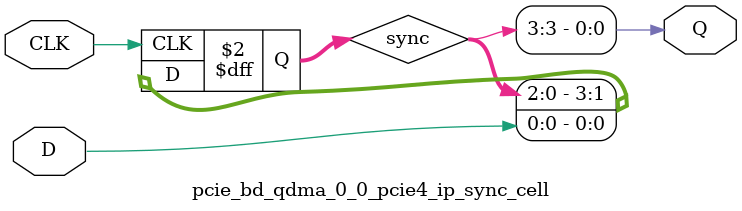
<source format=v>

`timescale 1ps / 1ps

(* DowngradeIPIdentifiedWarnings = "yes" *)
module pcie_bd_qdma_0_0_pcie4_ip_sync_cell #
(
    parameter integer STAGE = 3
)
(
    //-------------------------------------------------------------------------- 
    //  Input Ports
    //-------------------------------------------------------------------------- 
    input                               CLK,
    input                               D,
    
    //-------------------------------------------------------------------------- 
    //  Output Ports
    //-------------------------------------------------------------------------- 
    output                              Q
);
    //-------------------------------------------------------------------------- 
    //  Synchronized Signals
    //--------------------------------------------------------------------------  
    (* ASYNC_REG = "TRUE", SHIFT_EXTRACT = "NO" *) reg [STAGE:0] sync;                                                            



//--------------------------------------------------------------------------------------------------
//  Synchronizier
//--------------------------------------------------------------------------------------------------
always @ (posedge CLK)
begin

    sync <= {sync[(STAGE-1):0], D};
            
end   



//--------------------------------------------------------------------------------------------------
//  Generate Output
//--------------------------------------------------------------------------------------------------
assign Q = sync[STAGE];



endmodule

</source>
